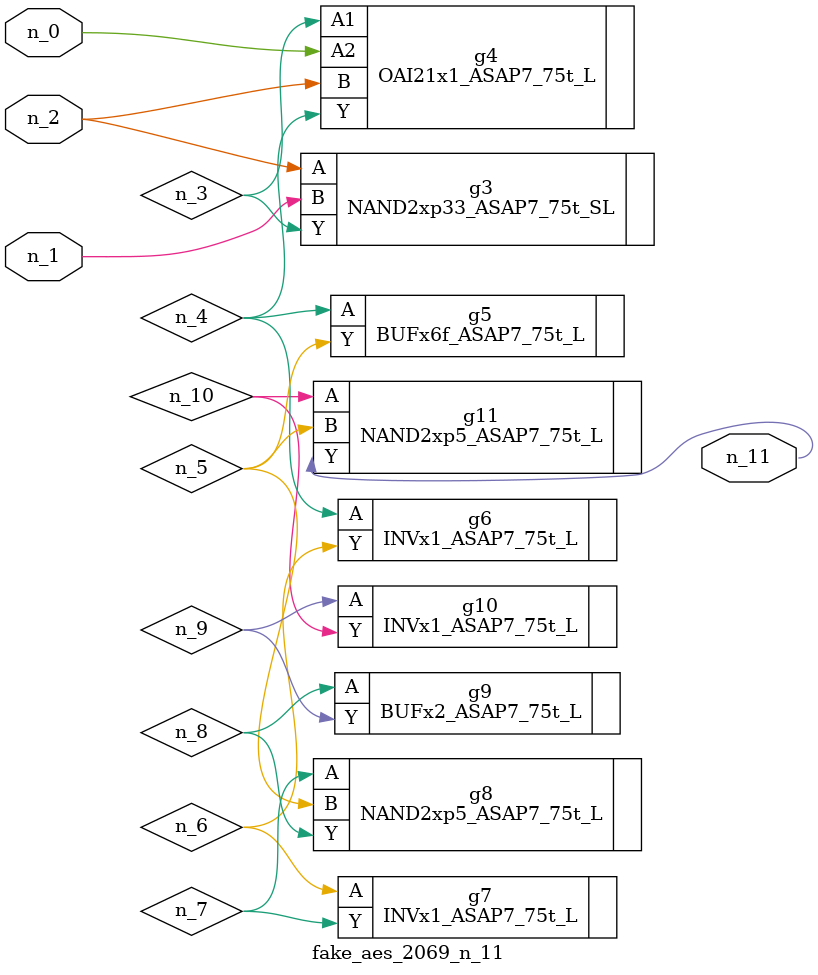
<source format=v>
module fake_aes_2069_n_11 (n_1, n_2, n_0, n_11);
input n_1;
input n_2;
input n_0;
output n_11;
wire n_6;
wire n_4;
wire n_3;
wire n_9;
wire n_5;
wire n_7;
wire n_10;
wire n_8;
NAND2xp33_ASAP7_75t_SL g3 ( .A(n_2), .B(n_1), .Y(n_3) );
OAI21x1_ASAP7_75t_L g4 ( .A1(n_3), .A2(n_0), .B(n_2), .Y(n_4) );
BUFx6f_ASAP7_75t_L g5 ( .A(n_4), .Y(n_5) );
INVx1_ASAP7_75t_L g6 ( .A(n_4), .Y(n_6) );
INVx1_ASAP7_75t_L g7 ( .A(n_6), .Y(n_7) );
NAND2xp5_ASAP7_75t_L g8 ( .A(n_7), .B(n_5), .Y(n_8) );
BUFx2_ASAP7_75t_L g9 ( .A(n_8), .Y(n_9) );
INVx1_ASAP7_75t_L g10 ( .A(n_9), .Y(n_10) );
NAND2xp5_ASAP7_75t_L g11 ( .A(n_10), .B(n_5), .Y(n_11) );
endmodule
</source>
